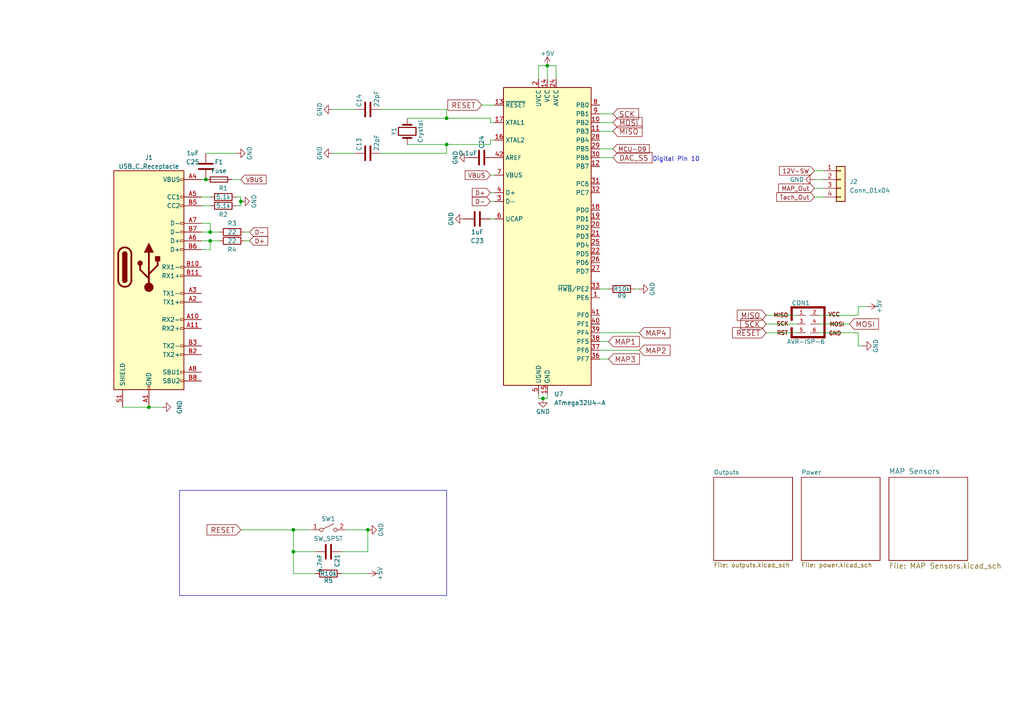
<source format=kicad_sch>
(kicad_sch (version 20230121) (generator eeschema)
  (paper "A4")
  (lib_symbols
    (symbol "Connector:USB_C_Receptacle" (pin_names (offset 1.016))
      (property "Reference" "J" (at -10.16 29.21 0))
      (property "Value" "USB_C_Receptacle" (at 10.16 29.21 0))
      (symbol "USB_C_Receptacle_0_0"
        (rectangle (start -0.254 -35.56) (end 0.254 -34.544))
        (rectangle (start 10.16 -32.766) (end 9.144 -33.274))
        (rectangle (start 10.16 -30.226) (end 9.144 -30.734))
        (rectangle (start 10.16 -25.146) (end 9.144 -25.654))
        (rectangle (start 10.16 -22.606) (end 9.144 -23.114))
        (rectangle (start 10.16 -17.526) (end 9.144 -18.034))
        (rectangle (start 10.16 -14.986) (end 9.144 -15.494))
        (rectangle (start 10.16 -9.906) (end 9.144 -10.414))
        (rectangle (start 10.16 -7.366) (end 9.144 -7.874))
        (rectangle (start 10.16 -2.286) (end 9.144 -2.794))
        (rectangle (start 10.16 0.254) (end 9.144 -0.254))
        (rectangle (start 10.16 5.334) (end 9.144 4.826))
        (rectangle (start 10.16 7.874) (end 9.144 7.366))
        (rectangle (start 10.16 10.414) (end 9.144 9.906))
        (rectangle (start 10.16 12.954) (end 9.144 12.446))
        (rectangle (start 10.16 18.034) (end 9.144 17.526))
        (rectangle (start 10.16 20.574) (end 9.144 20.066))
        (rectangle (start 10.16 25.654) (end 9.144 25.146))
      )
      (symbol "USB_C_Receptacle_0_1"
        (rectangle (start -10.16 27.94) (end 10.16 -35.56) (stroke (width 0.254)) (fill (type background)))
        (arc (start -8.89 -3.81) (mid -6.985 -5.7067) (end -5.08 -3.81) (stroke (width 0.508)))
        (arc (start -7.62 -3.81) (mid -6.985 -4.4423) (end -6.35 -3.81) (stroke (width 0.254)))
        (arc (start -7.62 -3.81) (mid -6.985 -4.4423) (end -6.35 -3.81) (stroke (width 0.254)) (fill (type outline)))
        (rectangle (start -7.62 -3.81) (end -6.35 3.81) (stroke (width 0.254)) (fill (type outline)))
        (arc (start -6.35 3.81) (mid -6.985 4.4423) (end -7.62 3.81) (stroke (width 0.254)))
        (arc (start -6.35 3.81) (mid -6.985 4.4423) (end -7.62 3.81) (stroke (width 0.254)) (fill (type outline)))
        (arc (start -5.08 3.81) (mid -6.985 5.7067) (end -8.89 3.81) (stroke (width 0.508)))
        (polyline (pts (xy -8.89 -3.81) (xy -8.89 3.81)) (stroke (width 0.508)))
        (polyline (pts (xy -5.08 3.81) (xy -5.08 -3.81)) (stroke (width 0.508)))
      )
      (symbol "USB_C_Receptacle_1_1"
        (circle (center -2.54 1.143) (radius 0.635) (stroke (width 0.254)) (fill (type outline)))
        (circle (center 0 -5.842) (radius 1.27) (fill (type outline)))
        (polyline (pts (xy 0 -5.842) (xy 0 4.318)) (stroke (width 0.508)))
        (polyline (pts (xy 0 -3.302) (xy -2.54 -0.762) (xy -2.54 0.508)) (stroke (width 0.508)))
        (polyline (pts (xy 0 -2.032) (xy 2.54 0.508) (xy 2.54 1.778)) (stroke (width 0.508)))
        (polyline (pts (xy -1.27 4.318) (xy 0 6.858) (xy 1.27 4.318) (xy -1.27 4.318)) (stroke (width 0.254)) (fill (type outline)))
        (rectangle (start 1.905 1.778) (end 3.175 3.048) (stroke (width 0.254)) (fill (type outline)))
        (pin passive line (at 0 -40.64 90) (length 5.08) (name "GND") (number "A1"))
        (pin bidirectional line (at 15.24 -15.24 180) (length 5.08) (name "RX2-") (number "A10"))
        (pin bidirectional line (at 15.24 -17.78 180) (length 5.08) (name "RX2+") (number "A11"))
        (pin passive line (at 0 -40.64 90) (length 5.08) hide (name "GND") (number "A12"))
        (pin bidirectional line (at 15.24 -10.16 180) (length 5.08) (name "TX1+") (number "A2"))
        (pin bidirectional line (at 15.24 -7.62 180) (length 5.08) (name "TX1-") (number "A3"))
        (pin passive line (at 15.24 25.4 180) (length 5.08) (name "VBUS") (number "A4"))
        (pin bidirectional line (at 15.24 20.32 180) (length 5.08) (name "CC1") (number "A5"))
        (pin bidirectional line (at 15.24 7.62 180) (length 5.08) (name "D+") (number "A6"))
        (pin bidirectional line (at 15.24 12.7 180) (length 5.08) (name "D-") (number "A7"))
        (pin bidirectional line (at 15.24 -30.48 180) (length 5.08) (name "SBU1") (number "A8"))
        (pin passive line (at 15.24 25.4 180) (length 5.08) hide (name "VBUS") (number "A9"))
        (pin passive line (at 0 -40.64 90) (length 5.08) hide (name "GND") (number "B1"))
        (pin bidirectional line (at 15.24 0 180) (length 5.08) (name "RX1-") (number "B10"))
        (pin bidirectional line (at 15.24 -2.54 180) (length 5.08) (name "RX1+") (number "B11"))
        (pin passive line (at 0 -40.64 90) (length 5.08) hide (name "GND") (number "B12"))
        (pin bidirectional line (at 15.24 -25.4 180) (length 5.08) (name "TX2+") (number "B2"))
        (pin bidirectional line (at 15.24 -22.86 180) (length 5.08) (name "TX2-") (number "B3"))
        (pin passive line (at 15.24 25.4 180) (length 5.08) hide (name "VBUS") (number "B4"))
        (pin bidirectional line (at 15.24 17.78 180) (length 5.08) (name "CC2") (number "B5"))
        (pin bidirectional line (at 15.24 5.08 180) (length 5.08) (name "D+") (number "B6"))
        (pin bidirectional line (at 15.24 10.16 180) (length 5.08) (name "D-") (number "B7"))
        (pin bidirectional line (at 15.24 -33.02 180) (length 5.08) (name "SBU2") (number "B8"))
        (pin passive line (at 15.24 25.4 180) (length 5.08) hide (name "VBUS") (number "B9"))
        (pin passive line (at -7.62 -40.64 90) (length 5.08) (name "SHIELD") (number "S1"))
      )
    )
    (symbol "Connector_Generic:Conn_01x04" (pin_names (offset 1.016) hide)
      (property "Reference" "J" (at 0 5.08 0))
      (property "Value" "Conn_01x04" (at 0 -7.62 0))
      (symbol "Conn_01x04_1_1"
        (rectangle (start -1.27 -4.953) (end 0 -5.207) (stroke (width 0.1524)))
        (rectangle (start -1.27 -2.413) (end 0 -2.667) (stroke (width 0.1524)))
        (rectangle (start -1.27 0.127) (end 0 -0.127) (stroke (width 0.1524)))
        (rectangle (start -1.27 2.667) (end 0 2.413) (stroke (width 0.1524)))
        (rectangle (start -1.27 3.81) (end 1.27 -6.35) (stroke (width 0.254)) (fill (type background)))
        (pin passive line (at -5.08 2.54 0) (length 3.81) (name "Pin_1") (number "1"))
        (pin passive line (at -5.08 0 0) (length 3.81) (name "Pin_2") (number "2"))
        (pin passive line (at -5.08 -2.54 0) (length 3.81) (name "Pin_3") (number "3"))
        (pin passive line (at -5.08 -5.08 0) (length 3.81) (name "Pin_4") (number "4"))
      )
    )
    (symbol "Device:C" (pin_numbers hide) (pin_names (offset 0.254))
      (property "Reference" "C" (at 0.635 2.54 0))
      (property "Value" "C" (at 0.635 -2.54 0))
      (symbol "C_0_1"
        (polyline (pts (xy -2.032 -0.762) (xy 2.032 -0.762)) (stroke (width 0.508)))
        (polyline (pts (xy -2.032 0.762) (xy 2.032 0.762)) (stroke (width 0.508)))
      )
      (symbol "C_1_1"
        (pin passive line (at 0 3.81 270) (length 2.794) (name "~") (number "1"))
        (pin passive line (at 0 -3.81 90) (length 2.794) (name "~") (number "2"))
      )
    )
    (symbol "Device:Fuse" (pin_numbers hide) (pin_names (offset 0))
      (property "Reference" "F" (at 2.032 0 90))
      (property "Value" "Fuse" (at -1.905 0 90))
      (symbol "Fuse_0_1"
        (rectangle (start -0.762 -2.54) (end 0.762 2.54) (stroke (width 0.254)))
        (polyline (pts (xy 0 2.54) (xy 0 -2.54)))
      )
      (symbol "Fuse_1_1"
        (pin passive line (at 0 3.81 270) (length 1.27) (name "~") (number "1"))
        (pin passive line (at 0 -3.81 90) (length 1.27) (name "~") (number "2"))
      )
    )
    (symbol "Device:R" (pin_numbers hide) (pin_names (offset 0))
      (property "Reference" "R" (at 2.032 0 90))
      (property "Value" "R" (at 0 0 90))
      (symbol "R_0_1"
        (rectangle (start -1.016 -2.54) (end 1.016 2.54) (stroke (width 0.254)))
      )
      (symbol "R_1_1"
        (pin passive line (at 0 3.81 270) (length 1.27) (name "~") (number "1"))
        (pin passive line (at 0 -3.81 90) (length 1.27) (name "~") (number "2"))
      )
    )
    (symbol "MCU_Microchip_ATmega:ATmega32U4-A"
      (property "Reference" "U" (at -12.7 44.45 0))
      (property "Value" "ATmega32U4-A" (at 2.54 -44.45 0))
      (symbol "ATmega32U4-A_0_1"
        (rectangle (start -12.7 -43.18) (end 12.7 43.18) (stroke (width 0.254)) (fill (type background)))
      )
      (symbol "ATmega32U4-A_1_1"
        (pin bidirectional line (at 15.24 -17.78 180) (length 2.54) (name "PE6") (number "1"))
        (pin bidirectional line (at 15.24 33.02 180) (length 2.54) (name "PB2") (number "10"))
        (pin bidirectional line (at 15.24 30.48 180) (length 2.54) (name "PB3") (number "11"))
        (pin bidirectional line (at 15.24 20.32 180) (length 2.54) (name "PB7") (number "12"))
        (pin input line (at -15.24 38.1 0) (length 2.54) (name "~{RESET}") (number "13"))
        (pin power_in line (at 0 45.72 270) (length 2.54) (name "VCC") (number "14"))
        (pin power_in line (at 0 -45.72 90) (length 2.54) (name "GND") (number "15"))
        (pin output line (at -15.24 27.94 0) (length 2.54) (name "XTAL2") (number "16"))
        (pin input line (at -15.24 33.02 0) (length 2.54) (name "XTAL1") (number "17"))
        (pin bidirectional line (at 15.24 7.62 180) (length 2.54) (name "PD0") (number "18"))
        (pin bidirectional line (at 15.24 5.08 180) (length 2.54) (name "PD1") (number "19"))
        (pin power_in line (at -2.54 45.72 270) (length 2.54) (name "UVCC") (number "2"))
        (pin bidirectional line (at 15.24 2.54 180) (length 2.54) (name "PD2") (number "20"))
        (pin bidirectional line (at 15.24 0 180) (length 2.54) (name "PD3") (number "21"))
        (pin bidirectional line (at 15.24 -5.08 180) (length 2.54) (name "PD5") (number "22"))
        (pin passive line (at 0 -45.72 90) (length 2.54) hide (name "GND") (number "23"))
        (pin power_in line (at 2.54 45.72 270) (length 2.54) (name "AVCC") (number "24"))
        (pin bidirectional line (at 15.24 -2.54 180) (length 2.54) (name "PD4") (number "25"))
        (pin bidirectional line (at 15.24 -7.62 180) (length 2.54) (name "PD6") (number "26"))
        (pin bidirectional line (at 15.24 -10.16 180) (length 2.54) (name "PD7") (number "27"))
        (pin bidirectional line (at 15.24 27.94 180) (length 2.54) (name "PB4") (number "28"))
        (pin bidirectional line (at 15.24 25.4 180) (length 2.54) (name "PB5") (number "29"))
        (pin bidirectional line (at -15.24 10.16 0) (length 2.54) (name "D-") (number "3"))
        (pin bidirectional line (at 15.24 22.86 180) (length 2.54) (name "PB6") (number "30"))
        (pin bidirectional line (at 15.24 15.24 180) (length 2.54) (name "PC6") (number "31"))
        (pin bidirectional line (at 15.24 12.7 180) (length 2.54) (name "PC7") (number "32"))
        (pin bidirectional line (at 15.24 -15.24 180) (length 2.54) (name "~{HWB}/PE2") (number "33"))
        (pin passive line (at 0 45.72 270) (length 2.54) hide (name "VCC") (number "34"))
        (pin passive line (at 0 -45.72 90) (length 2.54) hide (name "GND") (number "35"))
        (pin bidirectional line (at 15.24 -35.56 180) (length 2.54) (name "PF7") (number "36"))
        (pin bidirectional line (at 15.24 -33.02 180) (length 2.54) (name "PF6") (number "37"))
        (pin bidirectional line (at 15.24 -30.48 180) (length 2.54) (name "PF5") (number "38"))
        (pin bidirectional line (at 15.24 -27.94 180) (length 2.54) (name "PF4") (number "39"))
        (pin bidirectional line (at -15.24 12.7 0) (length 2.54) (name "D+") (number "4"))
        (pin bidirectional line (at 15.24 -25.4 180) (length 2.54) (name "PF1") (number "40"))
        (pin bidirectional line (at 15.24 -22.86 180) (length 2.54) (name "PF0") (number "41"))
        (pin passive line (at -15.24 22.86 0) (length 2.54) (name "AREF") (number "42"))
        (pin passive line (at 0 -45.72 90) (length 2.54) hide (name "GND") (number "43"))
        (pin passive line (at 2.54 45.72 270) (length 2.54) hide (name "AVCC") (number "44"))
        (pin passive line (at -2.54 -45.72 90) (length 2.54) (name "UGND") (number "5"))
        (pin passive line (at -15.24 5.08 0) (length 2.54) (name "UCAP") (number "6"))
        (pin input line (at -15.24 17.78 0) (length 2.54) (name "VBUS") (number "7"))
        (pin bidirectional line (at 15.24 38.1 180) (length 2.54) (name "PB0") (number "8"))
        (pin bidirectional line (at 15.24 35.56 180) (length 2.54) (name "PB1") (number "9"))
      )
    )
    (symbol "SpeedyMAP-rescue:+5V" (power) (pin_names (offset 0))
      (property "Value" "+5V" (at 0 3.556 0))
      (symbol "+5V_0_1"
        (polyline (pts (xy -0.762 1.27) (xy 0 2.54)))
        (polyline (pts (xy 0 0) (xy 0 2.54)))
        (polyline (pts (xy 0 2.54) (xy 0.762 1.27)))
      )
      (symbol "+5V_1_1"
        (pin power_in line (at 0 0 90) (length 0) hide (name "+5V") (number "1"))
      )
    )
    (symbol "SpeedyMAP-rescue:AVR-ISP-6" (pin_names (offset 1.016))
      (property "Reference" "CON" (at -2.667 6.096 0))
      (property "Value" "AVR-ISP-6" (at -6.731 -5.842 0))
      (symbol "AVR-ISP-6_0_0"
        (text "SCK" (at -8.001 0.127 0) (effects (font (size 1.143 1.143) bold)))
        (text "VCC" (at 6.985 2.794 0) (effects (font (size 1.143 1.143) bold)))
      )
      (symbol "AVR-ISP-6_0_1"
        (rectangle (start -5.207 -3.556) (end 4.191 -4.064) (fill (type outline)))
        (rectangle (start -5.207 5.08) (end 3.937 4.572) (fill (type outline)))
        (rectangle (start -5.08 -4.064) (end -5.588 -1.016) (fill (type outline)))
        (rectangle (start -5.08 5.08) (end -5.588 1.016) (fill (type outline)))
        (rectangle (start 3.937 5.08) (end 4.445 -4.064) (fill (type outline)))
      )
      (symbol "AVR-ISP-6_1_0"
        (text "GND" (at 7.239 -2.667 0) (effects (font (size 1.143 1.143) bold)))
        (text "MISO" (at -8.4582 2.5908 0) (effects (font (size 1.143 1.143) bold)))
        (text "MOSI" (at 7.7978 -0.0508 0) (effects (font (size 1.143 1.143) bold)))
        (text "RST" (at -8.001 -2.54 0) (effects (font (size 1.143 1.143) bold)))
      )
      (symbol "AVR-ISP-6_1_1"
        (pin passive line (at -3.81 2.54 0) (length 2.54) (name "~") (number "1"))
        (pin passive line (at 2.54 2.54 180) (length 2.54) (name "~") (number "2"))
        (pin passive line (at -3.81 0 0) (length 2.54) (name "~") (number "3"))
        (pin passive line (at 2.54 0 180) (length 2.54) (name "~") (number "4"))
        (pin passive line (at -3.81 -2.54 0) (length 2.54) (name "~") (number "5"))
        (pin passive line (at 2.54 -2.54 180) (length 2.54) (name "~") (number "6"))
      )
    )
    (symbol "SpeedyMAP-rescue:C" (pin_numbers hide) (pin_names (offset 0.254))
      (property "Reference" "C" (at 0.635 2.54 0))
      (property "Value" "C" (at 0.635 -2.54 0))
      (symbol "C_0_1"
        (polyline (pts (xy -2.032 -0.762) (xy 2.032 -0.762)) (stroke (width 0.508)))
        (polyline (pts (xy -2.032 0.762) (xy 2.032 0.762)) (stroke (width 0.508)))
      )
      (symbol "C_1_1"
        (pin passive line (at 0 3.81 270) (length 2.794) (name "~") (number "1"))
        (pin passive line (at 0 -3.81 90) (length 2.794) (name "~") (number "2"))
      )
    )
    (symbol "SpeedyMAP-rescue:Crystal" (pin_numbers hide) (pin_names (offset 1.016) hide)
      (property "Reference" "Y" (at 0 3.81 0))
      (property "Value" "Crystal" (at 0 -3.81 0))
      (symbol "Crystal_0_1"
        (rectangle (start -1.143 2.54) (end 1.143 -2.54) (stroke (width 0.3048)))
        (polyline (pts (xy -2.54 0) (xy -1.905 0)))
        (polyline (pts (xy -1.905 -1.27) (xy -1.905 1.27)) (stroke (width 0.508)))
        (polyline (pts (xy 1.905 -1.27) (xy 1.905 1.27)) (stroke (width 0.508)))
        (polyline (pts (xy 2.54 0) (xy 1.905 0)))
      )
      (symbol "Crystal_1_1"
        (pin passive line (at -3.81 0 0) (length 1.27) (name "1") (number "1"))
        (pin passive line (at 3.81 0 180) (length 1.27) (name "2") (number "2"))
      )
    )
    (symbol "SpeedyMAP-rescue:GND" (power) (pin_names (offset 0))
      (property "Value" "GND" (at 0 -3.81 0))
      (symbol "GND_0_1"
        (polyline (pts (xy 0 0) (xy 0 -1.27) (xy 1.27 -1.27) (xy 0 -2.54) (xy -1.27 -1.27) (xy 0 -1.27)))
      )
      (symbol "GND_1_1"
        (pin power_in line (at 0 0 270) (length 0) hide (name "GND") (number "1"))
      )
    )
    (symbol "SpeedyMAP-rescue:R" (pin_numbers hide) (pin_names (offset 0))
      (property "Reference" "R" (at 2.032 0 90))
      (property "Value" "R" (at 0 0 90))
      (symbol "R_0_1"
        (rectangle (start -1.016 -2.54) (end 1.016 2.54) (stroke (width 0.254)))
      )
      (symbol "R_1_1"
        (pin passive line (at 0 3.81 270) (length 1.27) (name "~") (number "1"))
        (pin passive line (at 0 -3.81 90) (length 1.27) (name "~") (number "2"))
      )
    )
    (symbol "SpeedyMAP-rescue:SW_SPST" (pin_names (offset 0) hide)
      (property "Reference" "SW" (at 0 3.175 0))
      (property "Value" "SW_SPST" (at 0 -2.54 0))
      (symbol "SW_SPST_0_0"
        (circle (center -2.032 0) (radius 0.508))
        (polyline (pts (xy -1.524 0.254) (xy 1.524 1.778)))
        (circle (center 2.032 0) (radius 0.508))
      )
      (symbol "SW_SPST_1_1"
        (pin input line (at -5.08 0 0) (length 2.54) (name "A") (number "1"))
        (pin input line (at 5.08 0 180) (length 2.54) (name "B") (number "2"))
      )
    )
  )
  (junction (at 60.96 67.31))
  (junction (at 60.96 69.85))
  (junction (at 158.75 19.05))
  (junction (at 129.54 41.91))
  (junction (at 129.54 34.29))
  (junction (at 85.09 160.02))
  (junction (at 157.48 115.57))
  (junction (at 106.68 153.67))
  (junction (at 69.85 58.42))
  (junction (at 85.09 153.67))
  (junction (at 43.18 118.11))
  (junction (at 59.69 52.07))
  (wire (pts (xy 236.22 49.53) (xy 238.76 49.53)))
  (polyline (pts (xy 129.54 172.72) (xy 52.07 172.72)))
  (wire (pts (xy 142.24 40.64) (xy 143.51 40.64)))
  (wire (pts (xy 102.87 31.75) (xy 96.52 31.75)))
  (wire (pts (xy 177.8 45.72) (xy 173.99 45.72)))
  (wire (pts (xy 69.85 57.15) (xy 68.58 57.15)))
  (wire (pts (xy 60.96 67.31) (xy 63.5 67.31)))
  (wire (pts (xy 58.42 57.15) (xy 60.96 57.15)))
  (wire (pts (xy 60.96 72.39) (xy 58.42 72.39)))
  (wire (pts (xy 69.85 58.42) (xy 69.85 59.69)))
  (wire (pts (xy 85.09 160.02) (xy 91.44 160.02)))
  (wire (pts (xy 236.22 52.07) (xy 238.76 52.07)))
  (wire (pts (xy 60.96 64.77) (xy 60.96 67.31)))
  (wire (pts (xy 142.24 55.88) (xy 143.51 55.88)))
  (wire (pts (xy 158.75 19.05) (xy 158.75 22.86)))
  (wire (pts (xy 161.29 22.86) (xy 161.29 19.05)))
  (wire (pts (xy 184.15 83.82) (xy 185.42 83.82)))
  (wire (pts (xy 248.92 100.33) (xy 250.19 100.33)))
  (wire (pts (xy 71.12 67.31) (xy 72.39 67.31)))
  (wire (pts (xy 142.24 40.64) (xy 142.24 41.91)))
  (wire (pts (xy 142.24 50.8) (xy 143.51 50.8)))
  (wire (pts (xy 69.85 58.42) (xy 69.85 57.15)))
  (wire (pts (xy 102.87 44.45) (xy 96.52 44.45)))
  (wire (pts (xy 236.22 54.61) (xy 238.76 54.61)))
  (wire (pts (xy 237.49 96.52) (xy 248.92 96.52)))
  (wire (pts (xy 43.18 118.11) (xy 46.99 118.11)))
  (wire (pts (xy 106.68 153.67) (xy 100.33 153.67)))
  (wire (pts (xy 222.25 93.98) (xy 231.14 93.98)))
  (wire (pts (xy 58.42 64.77) (xy 60.96 64.77)))
  (wire (pts (xy 35.56 118.11) (xy 43.18 118.11)))
  (wire (pts (xy 129.54 34.29) (xy 129.54 31.75)))
  (wire (pts (xy 156.21 19.05) (xy 158.75 19.05)))
  (wire (pts (xy 156.21 115.57) (xy 157.48 115.57)))
  (wire (pts (xy 161.29 19.05) (xy 158.75 19.05)))
  (wire (pts (xy 142.24 63.5) (xy 143.51 63.5)))
  (wire (pts (xy 158.75 115.57) (xy 157.48 115.57)))
  (polyline (pts (xy 52.07 172.72) (xy 52.07 142.24)))
  (wire (pts (xy 142.24 41.91) (xy 129.54 41.91)))
  (wire (pts (xy 248.92 96.52) (xy 248.92 100.33)))
  (wire (pts (xy 142.24 35.56) (xy 142.24 34.29)))
  (wire (pts (xy 156.21 22.86) (xy 156.21 19.05)))
  (wire (pts (xy 129.54 41.91) (xy 118.11 41.91)))
  (wire (pts (xy 222.25 91.44) (xy 231.14 91.44)))
  (wire (pts (xy 129.54 44.45) (xy 110.49 44.45)))
  (wire (pts (xy 156.21 114.3) (xy 156.21 115.57)))
  (wire (pts (xy 58.42 69.85) (xy 60.96 69.85)))
  (wire (pts (xy 129.54 31.75) (xy 110.49 31.75)))
  (wire (pts (xy 106.68 166.37) (xy 99.06 166.37)))
  (wire (pts (xy 173.99 99.06) (xy 176.53 99.06)))
  (wire (pts (xy 129.54 41.91) (xy 129.54 44.45)))
  (wire (pts (xy 58.42 52.07) (xy 59.69 52.07)))
  (wire (pts (xy 236.22 57.15) (xy 238.76 57.15)))
  (wire (pts (xy 158.75 114.3) (xy 158.75 115.57)))
  (wire (pts (xy 69.85 153.67) (xy 85.09 153.67)))
  (wire (pts (xy 67.31 52.07) (xy 69.85 52.07)))
  (wire (pts (xy 248.92 88.9) (xy 251.46 88.9)))
  (polyline (pts (xy 129.54 142.24) (xy 129.54 172.72)))
  (wire (pts (xy 85.09 166.37) (xy 91.44 166.37)))
  (wire (pts (xy 248.92 91.44) (xy 248.92 88.9)))
  (wire (pts (xy 85.09 153.67) (xy 90.17 153.67)))
  (wire (pts (xy 85.09 160.02) (xy 85.09 166.37)))
  (wire (pts (xy 237.49 91.44) (xy 248.92 91.44)))
  (polyline (pts (xy 52.07 142.24) (xy 129.54 142.24)))
  (wire (pts (xy 173.99 83.82) (xy 176.53 83.82)))
  (wire (pts (xy 173.99 43.18) (xy 177.8 43.18)))
  (wire (pts (xy 69.85 59.69) (xy 68.58 59.69)))
  (wire (pts (xy 58.42 67.31) (xy 60.96 67.31)))
  (wire (pts (xy 142.24 58.42) (xy 143.51 58.42)))
  (wire (pts (xy 222.25 96.52) (xy 231.14 96.52)))
  (wire (pts (xy 60.96 69.85) (xy 63.5 69.85)))
  (wire (pts (xy 177.8 35.56) (xy 173.99 35.56)))
  (wire (pts (xy 177.8 33.02) (xy 173.99 33.02)))
  (wire (pts (xy 173.99 104.14) (xy 176.53 104.14)))
  (wire (pts (xy 59.69 44.45) (xy 68.58 44.45)))
  (wire (pts (xy 142.24 34.29) (xy 129.54 34.29)))
  (wire (pts (xy 139.7 30.48) (xy 143.51 30.48)))
  (wire (pts (xy 99.06 160.02) (xy 106.68 160.02)))
  (wire (pts (xy 173.99 96.52) (xy 185.42 96.52)))
  (wire (pts (xy 142.24 35.56) (xy 143.51 35.56)))
  (wire (pts (xy 129.54 34.29) (xy 118.11 34.29)))
  (wire (pts (xy 85.09 153.67) (xy 85.09 160.02)))
  (wire (pts (xy 60.96 69.85) (xy 60.96 72.39)))
  (wire (pts (xy 71.12 69.85) (xy 72.39 69.85)))
  (wire (pts (xy 177.8 38.1) (xy 173.99 38.1)))
  (wire (pts (xy 106.68 160.02) (xy 106.68 153.67)))
  (wire (pts (xy 173.99 101.6) (xy 185.42 101.6)))
  (wire (pts (xy 246.38 93.98) (xy 237.49 93.98)))
  (wire (pts (xy 58.42 59.69) (xy 60.96 59.69)))
  (text "Digital Pin 10" (at 189.23 46.99 0) (effects (font (size 1.27 1.27)) (justify left bottom)))
  (global_label "MISO" (shape input) (at 222.25 91.44 180) (effects (font (size 1.524 1.524))) (property "Intersheetrefs" "${INTERSHEET_REFS}" (effects hide)))
  (global_label "D+" (shape input) (at 142.24 55.88 180) (property "Intersheetrefs" "${INTERSHEET_REFS}" (effects hide)))
  (global_label "MOSI" (shape input) (at 177.8 35.56 0) (effects (font (size 1.524 1.524))) (property "Intersheetrefs" "${INTERSHEET_REFS}" (effects hide)))
  (global_label "RESET" (shape input) (at 69.85 153.67 180) (effects (font (size 1.524 1.524))) (property "Intersheetrefs" "${INTERSHEET_REFS}" (effects hide)))
  (global_label "MOSI" (shape input) (at 246.38 93.98 0) (effects (font (size 1.524 1.524))) (property "Intersheetrefs" "${INTERSHEET_REFS}" (effects hide)))
  (global_label "MCU-D9" (shape input) (at 177.8 43.18 0) (property "Intersheetrefs" "${INTERSHEET_REFS}" (effects hide)))
  (global_label "MAP3" (shape input) (at 176.53 104.14 0) (effects (font (size 1.524 1.524))) (property "Intersheetrefs" "${INTERSHEET_REFS}" (effects hide)))
  (global_label "MAP1" (shape input) (at 176.53 99.06 0) (effects (font (size 1.524 1.524))) (property "Intersheetrefs" "${INTERSHEET_REFS}" (effects hide)))
  (global_label "RESET" (shape input) (at 139.7 30.48 180) (effects (font (size 1.524 1.524))) (property "Intersheetrefs" "${INTERSHEET_REFS}" (effects hide)))
  (global_label "D-" (shape input) (at 142.24 58.42 180) (property "Intersheetrefs" "${INTERSHEET_REFS}" (effects hide)))
  (global_label "MAP4" (shape input) (at 185.42 96.52 0) (effects (font (size 1.524 1.524))) (property "Intersheetrefs" "${INTERSHEET_REFS}" (effects hide)))
  (global_label "DAC_SS" (shape input) (at 177.8 45.72 0) (effects (font (size 1.524 1.524))) (property "Intersheetrefs" "${INTERSHEET_REFS}" (effects hide)))
  (global_label "MAP_Out" (shape input) (at 236.22 54.61 180) (property "Intersheetrefs" "${INTERSHEET_REFS}" (effects hide)))
  (global_label "12V-SW" (shape input) (at 236.22 49.53 180) (property "Intersheetrefs" "${INTERSHEET_REFS}" (effects hide)))
  (global_label "Tach_Out" (shape input) (at 236.22 57.15 180) (property "Intersheetrefs" "${INTERSHEET_REFS}" (effects hide)))
  (global_label "RESET" (shape input) (at 222.25 96.52 180) (effects (font (size 1.524 1.524))) (property "Intersheetrefs" "${INTERSHEET_REFS}" (effects hide)))
  (global_label "MISO" (shape input) (at 177.8 38.1 0) (effects (font (size 1.524 1.524))) (property "Intersheetrefs" "${INTERSHEET_REFS}" (effects hide)))
  (global_label "VBUS" (shape input) (at 69.85 52.07 0) (property "Intersheetrefs" "${INTERSHEET_REFS}" (effects hide)))
  (global_label "MAP2" (shape input) (at 185.42 101.6 0) (effects (font (size 1.524 1.524))) (property "Intersheetrefs" "${INTERSHEET_REFS}" (effects hide)))
  (global_label "SCK" (shape input) (at 177.8 33.02 0) (effects (font (size 1.524 1.524))) (property "Intersheetrefs" "${INTERSHEET_REFS}" (effects hide)))
  (global_label "VBUS" (shape input) (at 142.24 50.8 180) (property "Intersheetrefs" "${INTERSHEET_REFS}" (effects hide)))
  (global_label "D+" (shape input) (at 72.39 69.85 0) (property "Intersheetrefs" "${INTERSHEET_REFS}" (effects hide)))
  (global_label "D-" (shape input) (at 72.39 67.31 0) (property "Intersheetrefs" "${INTERSHEET_REFS}" (effects hide)))
  (global_label "SCK" (shape input) (at 222.25 93.98 180) (effects (font (size 1.524 1.524))) (property "Intersheetrefs" "${INTERSHEET_REFS}" (effects hide)))
  (symbol (lib_id "SpeedyMAP-rescue:Crystal") (at 118.11 38.1 90) (unit 1)
    (property "Reference" "Y1" (at 114.3 38.1 0))
    (property "Value" "Crystal" (at 121.92 38.1 0))
    (property "Footprint" "Crystal:Crystal_SMD_5032-2Pin_5.0x3.2mm" (effects hide))
  )
  (symbol (lib_id "SpeedyMAP-rescue:C") (at 106.68 44.45 90) (unit 1)
    (property "Reference" "C13" (at 104.14 43.815 0) (effects (justify left)))
    (property "Value" "22pF" (at 109.22 43.815 0) (effects (justify left)))
    (property "Footprint" "Capacitor_SMD:C_0805_2012Metric_Pad1.18x1.45mm_HandSolder" (effects hide))
  )
  (symbol (lib_id "SpeedyMAP-rescue:GND") (at 96.52 44.45 270) (unit 1)
    (property "Reference" "#PWR09" (effects hide))
    (property "Value" "GND" (at 92.71 44.45 0))
  )
  (symbol (lib_id "SpeedyMAP-rescue:GND") (at 96.52 31.75 270) (unit 1)
    (property "Reference" "#PWR010" (effects hide))
    (property "Value" "GND" (at 92.71 31.75 0))
  )
  (symbol (lib_id "SpeedyMAP-rescue:C") (at 106.68 31.75 90) (unit 1)
    (property "Reference" "C14" (at 104.14 31.115 0) (effects (justify left)))
    (property "Value" "22pF" (at 109.22 31.115 0) (effects (justify left)))
    (property "Footprint" "Capacitor_SMD:C_0805_2012Metric_Pad1.18x1.45mm_HandSolder" (effects hide))
  )
  (symbol (lib_id "SpeedyMAP-rescue:SW_SPST") (at 95.25 153.67 0) (unit 1)
    (property "Reference" "SW1" (at 95.25 150.495 0))
    (property "Value" "SW_SPST" (at 95.25 156.21 0))
    (property "Footprint" "Buttons_Switches_ThroughHole:SW_TH_Tactile_Omron_B3F-10xx" (effects hide))
    (property "Part Number" "B3F-1002" (effects hide))
  )
  (symbol (lib_id "SpeedyMAP-rescue:GND") (at 106.68 153.67 90) (unit 1)
    (property "Reference" "#PWR07" (effects hide))
    (property "Value" "GND" (at 110.49 153.67 0))
  )
  (symbol (lib_id "SpeedyMAP-rescue:R") (at 95.25 166.37 270) (unit 1)
    (property "Reference" "R5" (at 95.25 168.402 90))
    (property "Value" "R10k" (at 95.25 166.37 90))
    (property "Footprint" "Resistors_SMD:R_0805_HandSoldering" (effects hide))
  )
  (symbol (lib_id "SpeedyMAP-rescue:+5V") (at 106.68 166.37 270) (unit 1)
    (property "Reference" "#PWR08" (effects hide))
    (property "Value" "+5V" (at 110.236 166.37 0))
  )
  (symbol (lib_id "SpeedyMAP-rescue:+5V") (at 158.75 19.05 0) (unit 1)
    (property "Reference" "#PWR06" (effects hide))
    (property "Value" "+5V" (at 158.75 15.494 0))
  )
  (symbol (lib_id "SpeedyMAP-rescue:GND") (at 157.48 115.57 0) (unit 1)
    (property "Reference" "#PWR05" (effects hide))
    (property "Value" "GND" (at 157.48 119.38 0))
  )
  (symbol (lib_id "SpeedyMAP-rescue:C") (at 95.25 160.02 270) (unit 1)
    (property "Reference" "C21" (at 97.79 160.655 0) (effects (justify left)))
    (property "Value" "4.7nF" (at 92.71 160.655 0) (effects (justify left)))
    (property "Footprint" "Capacitor_SMD:C_0805_2012Metric_Pad1.18x1.45mm_HandSolder" (effects hide))
  )
  (symbol (lib_id "SpeedyMAP-rescue:AVR-ISP-6") (at 234.95 93.98 0) (unit 1)
    (property "Reference" "CON1" (at 232.283 87.884 0))
    (property "Value" "AVR-ISP-6" (at 228.219 99.822 0) (effects (justify left bottom)))
    (property "Footprint" "Connector_PinHeader_2.54mm:PinHeader_2x03_P2.54mm_Vertical" (effects hide))
  )
  (symbol (lib_id "SpeedyMAP-rescue:GND") (at 250.19 100.33 90) (unit 1)
    (property "Reference" "#PWR0101" (effects hide))
    (property "Value" "GND" (at 254 100.33 0))
  )
  (symbol (lib_id "SpeedyMAP-rescue:+5V") (at 251.46 88.9 270) (unit 1)
    (property "Reference" "#PWR0102" (effects hide))
    (property "Value" "+5V" (at 255.016 88.9 0))
  )
  (symbol (lib_id "Connector:USB_C_Receptacle") (at 43.18 77.47 0) (unit 1)
    (property "Reference" "J1" (at 43.18 45.72 0))
    (property "Value" "USB_C_Receptacle" (at 43.18 48.26 0))
    (property "Footprint" "Connector_USB:USB_C_Receptacle_GCT_USB4085" (effects hide))
    (property "Datasheet" "https://www.usb.org/sites/default/files/documents/usb_type-c.zip" (effects hide))
    (property "Digikey Part Number" "2073-USB4085-GF-ATR-ND" (effects hide))
    (property "Manufacturer_Name" "GCT" (effects hide))
    (property "Manufacturer_Part_Number" "USB4085-GF-A" (effects hide))
    (property "URL" "https://www.digikey.com.au/en/products/detail/gct/USB4085-GF-A/9859662?s=N4IgTCBcDaIOIGEAqACAqgZQEIBYAMAHAKwgC6AvkA" (effects hide))
  )
  (symbol (lib_id "SpeedyMAP-rescue:R") (at 180.34 83.82 270) (unit 1)
    (property "Reference" "R9" (at 180.34 85.852 90))
    (property "Value" "R10k" (at 180.34 83.82 90))
    (property "Footprint" "Resistor_SMD:R_0805_2012Metric_Pad1.20x1.40mm_HandSolder" (effects hide))
  )
  (symbol (lib_id "SpeedyMAP-rescue:GND") (at 134.62 63.5 270) (unit 1)
    (property "Reference" "#PWR03" (effects hide))
    (property "Value" "GND" (at 130.81 63.5 0))
  )
  (symbol (lib_id "SpeedyMAP-rescue:GND") (at 69.85 58.42 90) (unit 1)
    (property "Reference" "#PWR028" (effects hide))
    (property "Value" "GND" (at 73.66 58.42 0))
  )
  (symbol (lib_id "MCU_Microchip_ATmega:ATmega32U4-A") (at 158.75 68.58 0) (unit 1)
    (property "Reference" "U7" (at 160.7059 114.3 0) (effects (justify left)))
    (property "Value" "ATmega32U4-A" (at 160.7059 116.84 0) (effects (justify left)))
    (property "Footprint" "Package_QFP:TQFP-44_10x10mm_P0.8mm" (effects hide))
    (property "Datasheet" "http://ww1.microchip.com/downloads/en/DeviceDoc/Atmel-7766-8-bit-AVR-ATmega16U4-32U4_Datasheet.pdf" (effects hide))
  )
  (symbol (lib_id "Device:C") (at 139.7 45.72 90) (unit 1)
    (property "Reference" "C24" (at 139.7 43.18 0) (effects (justify left)))
    (property "Value" "0.1uF" (at 138.43 44.45 90) (effects (justify left)))
    (property "Footprint" "Capacitor_SMD:C_0805_2012Metric_Pad1.18x1.45mm_HandSolder" (effects hide))
    (property "Digikey Part Number" "311-1140-1-ND" (effects hide))
    (property "Manufacturer_Name" "Yageo" (effects hide))
    (property "Manufacturer_Part_Number" "CC0805KRX7R9BB104" (effects hide))
    (property "URL" "https://www.digikey.com.au/product-detail/en/yageo/CC0805KRX7R9BB104/311-1140-1-ND/303050" (effects hide))
  )
  (symbol (lib_id "Device:R") (at 64.77 57.15 90) (unit 1)
    (property "Reference" "R1" (at 64.77 54.61 90))
    (property "Value" "5.1k" (at 64.77 57.15 90))
    (property "Footprint" "Resistor_SMD:R_0805_2012Metric" (effects hide))
    (property "Digikey Part Number" "311-5.1KARTR-ND" (effects hide))
    (property "Manufacturer_Name" "Yageo" (effects hide))
    (property "Manufacturer_Part_Number" "RC0805JR-075K1L" (effects hide))
    (property "URL" "https://www.digikey.com.au/en/products/detail/yageo/RC0805JR-075K1L/728338" (effects hide))
  )
  (symbol (lib_id "Device:C") (at 138.43 63.5 90) (unit 1)
    (property "Reference" "C23" (at 138.43 69.85 90))
    (property "Value" "1uF" (at 138.43 67.31 90))
    (property "Footprint" "Capacitor_SMD:C_0805_2012Metric_Pad1.18x1.45mm_HandSolder" (effects hide))
  )
  (symbol (lib_id "Device:C") (at 59.69 48.26 180) (unit 1)
    (property "Reference" "C25" (at 55.88 46.99 0))
    (property "Value" "1uF" (at 55.88 44.45 0))
    (property "Footprint" "Capacitor_SMD:C_0805_2012Metric_Pad1.18x1.45mm_HandSolder" (effects hide))
  )
  (symbol (lib_id "Device:R") (at 64.77 59.69 270) (unit 1)
    (property "Reference" "R2" (at 64.77 62.23 90))
    (property "Value" "5.1k" (at 64.77 59.69 90))
    (property "Footprint" "Resistor_SMD:R_0805_2012Metric" (effects hide))
    (property "Digikey Part Number" "311-5.1KARTR-ND" (effects hide))
    (property "Manufacturer_Name" "Yageo" (effects hide))
    (property "Manufacturer_Part_Number" "RC0805JR-075K1L" (effects hide))
    (property "URL" "https://www.digikey.com.au/en/products/detail/yageo/RC0805JR-075K1L/728338" (effects hide))
  )
  (symbol (lib_id "SpeedyMAP-rescue:GND") (at 236.22 52.07 270) (unit 1)
    (property "Reference" "#PWR030" (effects hide))
    (property "Value" "GND" (at 231.14 52.07 90))
  )
  (symbol (lib_id "SpeedyMAP-rescue:GND") (at 185.42 83.82 90) (unit 1)
    (property "Reference" "#PWR04" (effects hide))
    (property "Value" "GND" (at 189.23 83.82 0))
  )
  (symbol (lib_id "Device:Fuse") (at 63.5 52.07 90) (unit 1)
    (property "Reference" "F1" (at 63.5 46.99 90))
    (property "Value" "Fuse" (at 63.5 49.53 90))
    (property "Footprint" "Fuse:Fuse_1812_4532Metric_Pad1.30x3.40mm_HandSolder" (effects hide))
    (property "Digikey Part Number" "MF-MSMF050-2TR-ND" (effects hide))
    (property "Manufacturer_Name" "Bournes Inc." (effects hide))
    (property "Manufacturer_Part_Number" "MF-MSMF050-2" (effects hide))
    (property "URL" "https://www.digikey.com.au/en/products/detail/bourns-inc/MF-MSMF050-2/662816" (effects hide))
  )
  (symbol (lib_id "SpeedyMAP-rescue:GND") (at 68.58 44.45 90) (unit 1)
    (property "Reference" "#PWR035" (effects hide))
    (property "Value" "GND" (at 72.39 44.45 0))
  )
  (symbol (lib_id "Device:R") (at 67.31 67.31 270) (unit 1)
    (property "Reference" "R3" (at 67.31 64.77 90))
    (property "Value" "22" (at 67.31 67.31 90))
    (property "Footprint" "Resistor_SMD:R_0805_2012Metric" (effects hide))
    (property "Digikey Part Number" "13-RC0805FR-1322RLTR-ND" (effects hide))
    (property "Manufacturer_Name" "Yageo" (effects hide))
    (property "Manufacturer_Part_Number" "RC0805FR-1322RL" (effects hide))
    (property "URL" "https://www.digikey.com.au/en/products/detail/yageo/RC0805FR-1322RL/13694168" (effects hide))
  )
  (symbol (lib_id "SpeedyMAP-rescue:GND") (at 135.89 45.72 270) (unit 1)
    (property "Reference" "#PWR029" (effects hide))
    (property "Value" "GND" (at 132.08 45.72 0))
  )
  (symbol (lib_id "Device:R") (at 67.31 69.85 90) (unit 1)
    (property "Reference" "R4" (at 67.31 72.39 90))
    (property "Value" "22" (at 67.31 69.85 90))
    (property "Footprint" "Resistor_SMD:R_0805_2012Metric" (effects hide))
    (property "Digikey Part Number" "13-RC0805FR-1322RLTR-ND" (effects hide))
    (property "Manufacturer_Name" "Yageo" (effects hide))
    (property "Manufacturer_Part_Number" "RC0805FR-1322RL" (effects hide))
    (property "URL" "https://www.digikey.com.au/en/products/detail/yageo/RC0805FR-1322RL/13694168" (effects hide))
  )
  (symbol (lib_id "Connector_Generic:Conn_01x04") (at 243.84 52.07 0) (unit 1)
    (property "Reference" "J2" (at 246.38 52.705 0) (effects (justify left)))
    (property "Value" "Conn_01x04" (at 246.38 55.245 0) (effects (justify left)))
    (property "Footprint" "Connector_Molex:Molex_Mini-Fit_Jr_5569-04A2_2x02_P4.20mm_Horizontal" (effects hide))
    (property "Digikey Part Number" "WM1352-ND" (effects hide))
    (property "Manufacturer_Name" "Molex" (effects hide))
    (property "Manufacturer_Part_Number" "0039301040" (effects hide))
    (property "URL" "https://www.digikey.com.au/en/products/detail/molex/0039301040/561079" (effects hide))
  )
  (symbol (lib_id "SpeedyMAP-rescue:GND") (at 46.99 118.11 90) (unit 1)
    (property "Reference" "#PWR026" (effects hide))
    (property "Value" "GND" (at 52.07 118.11 0))
  )
  (sheet (at 257.81 138.43) (size 22.86 24.13)
    (property "Sheetname" "MAP Sensors" (at 257.81 137.5914 0) (effects (font (size 1.524 1.524)) (justify left bottom)))
    (property "Sheetfile" "MAP Sensors.kicad_sch" (at 257.81 163.2462 0) (effects (font (size 1.524 1.524)) (justify left top)))
  )
  (sheet (at 207.01 138.43) (size 22.86 24.13) (stroke (width 0.1524))
    (property "Sheetname" "Outputs" (at 207.01 137.7184 0) (effects (justify left bottom)))
    (property "Sheetfile" "outputs.kicad_sch" (at 207.01 163.1446 0) (effects (justify left top)))
  )
  (sheet (at 232.41 138.43) (size 22.86 24.13) (stroke (width 0.1524))
    (property "Sheetname" "Power" (at 232.41 137.7184 0) (effects (justify left bottom)))
    (property "Sheetfile" "power.kicad_sch" (at 232.41 163.1446 0) (effects (justify left top)))
  )
)
</source>
